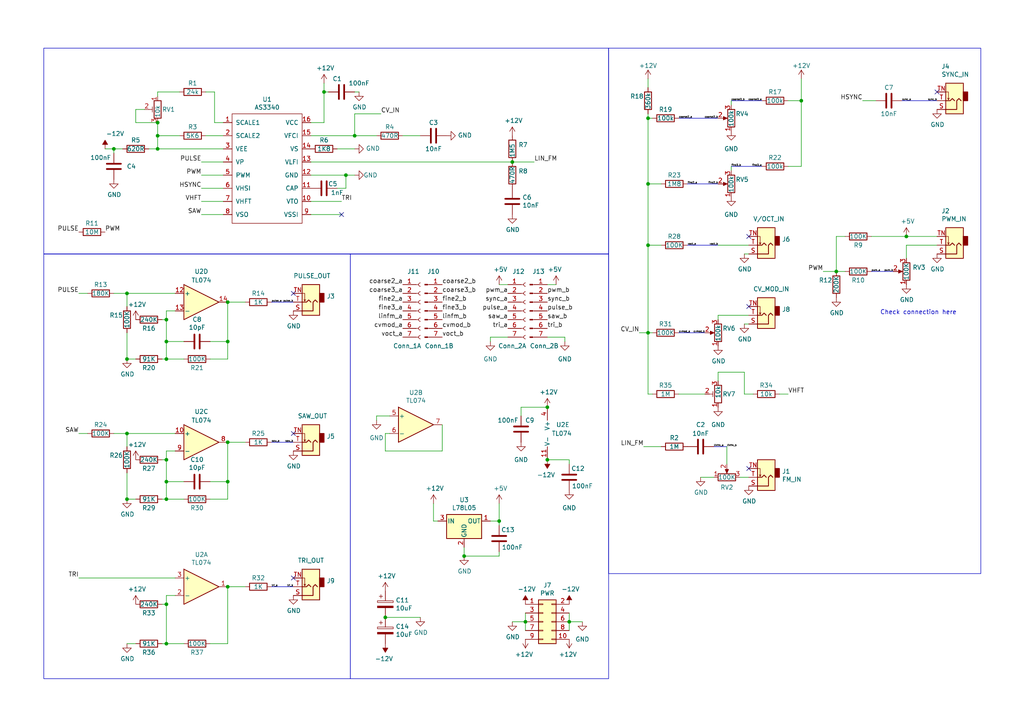
<source format=kicad_sch>
(kicad_sch (version 20230121) (generator eeschema)
  (paper "A4")
  (lib_symbols
    (symbol "Amplifier_Operational:TL074" (pin_names (offset 0.127))
      (property "Reference" "U" (at 0 5.08 0))
      (property "Value" "TL074" (at 0 -5.08 0))
      (symbol "TL074_1_1"
        (pin output line (at 7.62 0 180) (length 2.54) (name "~") (number "1"))
        (pin input line (at -7.62 -2.54 0) (length 2.54) (name "-") (number "2"))
        (pin input line (at -7.62 2.54 0) (length 2.54) (name "+") (number "3"))
      )
      (symbol "TL074_2_1"
        (pin input line (at -7.62 2.54 0) (length 2.54) (name "+") (number "5"))
        (pin input line (at -7.62 -2.54 0) (length 2.54) (name "-") (number "6"))
        (pin output line (at 7.62 0 180) (length 2.54) (name "~") (number "7"))
      )
      (symbol "TL074_3_1"
        (pin input line (at -7.62 2.54 0) (length 2.54) (name "+") (number "10"))
        (pin output line (at 7.62 0 180) (length 2.54) (name "~") (number "8"))
        (pin input line (at -7.62 -2.54 0) (length 2.54) (name "-") (number "9"))
      )
      (symbol "TL074_4_1"
        (pin input line (at -7.62 2.54 0) (length 2.54) (name "+") (number "12"))
        (pin input line (at -7.62 -2.54 0) (length 2.54) (name "-") (number "13"))
        (pin output line (at 7.62 0 180) (length 2.54) (name "~") (number "14"))
      )
      (symbol "TL074_5_1"
        (pin power_in line (at -2.54 -7.62 90) (length 3.81) (name "V-") (number "11"))
        (pin power_in line (at -2.54 7.62 270) (length 3.81) (name "V+") (number "4"))
      )
    )
    (symbol "CEM3340_VCO-rescue:AS3340_User-Audio" (pin_names (offset 1.016))
      (property "Reference" "U" (at 0 -2.54 0))
      (property "Value" "Audio_AS3340_User" (at 0 -5.08 0))
      (symbol "AS3340_User-Audio_1_1"
        (pin input line (at -12.7 -8.89 0) (length 2.54) (name "SCALE1") (number "1"))
        (pin input line (at 12.7 -31.75 180) (length 2.54) (name "VTO") (number "10"))
        (pin input line (at 12.7 -27.94 180) (length 2.54) (name "CAP") (number "11"))
        (pin input line (at 12.7 -24.13 180) (length 2.54) (name "GND") (number "12"))
        (pin input line (at 12.7 -20.32 180) (length 2.54) (name "VLFI") (number "13"))
        (pin input line (at 12.7 -16.51 180) (length 2.54) (name "VS") (number "14"))
        (pin input line (at 12.7 -12.7 180) (length 2.54) (name "VFCI") (number "15"))
        (pin input line (at 12.7 -8.89 180) (length 2.54) (name "VCC") (number "16"))
        (pin input line (at -12.7 -12.7 0) (length 2.54) (name "SCALE2") (number "2"))
        (pin input line (at -12.7 -16.51 0) (length 2.54) (name "VEE") (number "3"))
        (pin input line (at -12.7 -20.32 0) (length 2.54) (name "VP") (number "4"))
        (pin input line (at -12.7 -24.13 0) (length 2.54) (name "PWM") (number "5"))
        (pin input line (at -12.7 -27.94 0) (length 2.54) (name "VHSI") (number "6"))
        (pin input line (at -12.7 -31.75 0) (length 2.54) (name "VHFT") (number "7"))
        (pin input line (at -12.7 -35.56 0) (length 2.54) (name "VSO") (number "8"))
        (pin input line (at 12.7 -35.56 180) (length 2.54) (name "VSSI") (number "9"))
      )
    )
    (symbol "CEM3340_VCO-rescue:AudioJack2_SwitchT-Connector"
      (property "Reference" "J" (at 0 8.89 0))
      (property "Value" "Connector_AudioJack2_SwitchT" (at 0 6.35 0))
      (symbol "AudioJack2_SwitchT-Connector_1_1"
        (pin passive line (at 5.08 2.54 180) (length 2.54) (name "~") (number "S"))
        (pin passive line (at 5.08 0 180) (length 2.54) (name "~") (number "T"))
        (pin passive line (at 5.08 -2.54 180) (length 2.54) (name "~") (number "TN"))
      )
    )
    (symbol "CEM3340_VCO-rescue:CP-Device" (pin_numbers hide) (pin_names (offset 0.254))
      (property "Reference" "C" (at 0.635 2.54 0))
      (property "Value" "Device_CP" (at 0.635 -2.54 0))
      (symbol "CP-Device_1_1"
        (pin passive line (at 0 3.81 270) (length 2.794) (name "~") (number "1"))
        (pin passive line (at 0 -3.81 90) (length 2.794) (name "~") (number "2"))
      )
    )
    (symbol "CEM3340_VCO-rescue:R_POT-Device" (pin_names (offset 1.016) hide)
      (property "Reference" "RV" (at -4.445 0 90))
      (property "Value" "Device_R_POT" (at -2.54 0 90))
      (symbol "R_POT-Device_1_1"
        (pin passive line (at 0 3.81 270) (length 1.27) (name "1") (number "1"))
        (pin passive line (at 3.81 0 180) (length 1.27) (name "2") (number "2"))
        (pin passive line (at 0 -3.81 90) (length 1.27) (name "3") (number "3"))
      )
    )
    (symbol "CEM3340_VCO-rescue:R_POT_TRIM-Device" (pin_names (offset 1.016) hide)
      (property "Reference" "RV" (at -4.445 0 90))
      (property "Value" "Device_R_POT_TRIM" (at -2.54 0 90))
      (symbol "R_POT_TRIM-Device_1_1"
        (pin passive line (at 0 3.81 270) (length 1.27) (name "1") (number "1"))
        (pin passive line (at 3.81 0 180) (length 1.27) (name "2") (number "2"))
        (pin passive line (at 0 -3.81 90) (length 1.27) (name "3") (number "3"))
      )
    )
    (symbol "Connector:Conn_01x07_Pin" (pin_names (offset 1.016) hide)
      (property "Reference" "J" (at 0 10.16 0))
      (property "Value" "Conn_01x07_Pin" (at 0 -10.16 0))
      (symbol "Conn_01x07_Pin_1_1"
        (pin passive line (at 5.08 7.62 180) (length 3.81) (name "Pin_1") (number "1"))
        (pin passive line (at 5.08 5.08 180) (length 3.81) (name "Pin_2") (number "2"))
        (pin passive line (at 5.08 2.54 180) (length 3.81) (name "Pin_3") (number "3"))
        (pin passive line (at 5.08 0 180) (length 3.81) (name "Pin_4") (number "4"))
        (pin passive line (at 5.08 -2.54 180) (length 3.81) (name "Pin_5") (number "5"))
        (pin passive line (at 5.08 -5.08 180) (length 3.81) (name "Pin_6") (number "6"))
        (pin passive line (at 5.08 -7.62 180) (length 3.81) (name "Pin_7") (number "7"))
      )
    )
    (symbol "Connector:Conn_01x07_Socket" (pin_names (offset 1.016) hide)
      (property "Reference" "J" (at 0 10.16 0))
      (property "Value" "Conn_01x07_Socket" (at 0 -10.16 0))
      (symbol "Conn_01x07_Socket_1_1"
        (pin passive line (at -5.08 7.62 0) (length 3.81) (name "Pin_1") (number "1"))
        (pin passive line (at -5.08 5.08 0) (length 3.81) (name "Pin_2") (number "2"))
        (pin passive line (at -5.08 2.54 0) (length 3.81) (name "Pin_3") (number "3"))
        (pin passive line (at -5.08 0 0) (length 3.81) (name "Pin_4") (number "4"))
        (pin passive line (at -5.08 -2.54 0) (length 3.81) (name "Pin_5") (number "5"))
        (pin passive line (at -5.08 -5.08 0) (length 3.81) (name "Pin_6") (number "6"))
        (pin passive line (at -5.08 -7.62 0) (length 3.81) (name "Pin_7") (number "7"))
      )
    )
    (symbol "Connector_Generic:Conn_02x05_Odd_Even" (pin_names (offset 1.016) hide)
      (property "Reference" "J" (at 1.27 7.62 0))
      (property "Value" "Conn_02x05_Odd_Even" (at 1.27 -7.62 0))
      (symbol "Conn_02x05_Odd_Even_1_1"
        (pin passive line (at -5.08 5.08 0) (length 3.81) (name "Pin_1") (number "1"))
        (pin passive line (at 7.62 -5.08 180) (length 3.81) (name "Pin_10") (number "10"))
        (pin passive line (at 7.62 5.08 180) (length 3.81) (name "Pin_2") (number "2"))
        (pin passive line (at -5.08 2.54 0) (length 3.81) (name "Pin_3") (number "3"))
        (pin passive line (at 7.62 2.54 180) (length 3.81) (name "Pin_4") (number "4"))
        (pin passive line (at -5.08 0 0) (length 3.81) (name "Pin_5") (number "5"))
        (pin passive line (at 7.62 0 180) (length 3.81) (name "Pin_6") (number "6"))
        (pin passive line (at -5.08 -2.54 0) (length 3.81) (name "Pin_7") (number "7"))
        (pin passive line (at 7.62 -2.54 180) (length 3.81) (name "Pin_8") (number "8"))
        (pin passive line (at -5.08 -5.08 0) (length 3.81) (name "Pin_9") (number "9"))
      )
    )
    (symbol "Device:C" (pin_numbers hide) (pin_names (offset 0.254))
      (property "Reference" "C" (at 0.635 2.54 0))
      (property "Value" "C" (at 0.635 -2.54 0))
      (symbol "C_1_1"
        (pin passive line (at 0 3.81 270) (length 2.794) (name "~") (number "1"))
        (pin passive line (at 0 -3.81 90) (length 2.794) (name "~") (number "2"))
      )
    )
    (symbol "Device:R" (pin_numbers hide) (pin_names (offset 0))
      (property "Reference" "R" (at 2.032 0 90))
      (property "Value" "R" (at 0 0 90))
      (symbol "R_1_1"
        (pin passive line (at 0 3.81 270) (length 1.27) (name "~") (number "1"))
        (pin passive line (at 0 -3.81 90) (length 1.27) (name "~") (number "2"))
      )
    )
    (symbol "Device:R_Potentiometer" (pin_names (offset 1.016) hide)
      (property "Reference" "RV" (at -4.445 0 90))
      (property "Value" "R_Potentiometer" (at -2.54 0 90))
      (symbol "R_Potentiometer_1_1"
        (pin passive line (at 0 3.81 270) (length 1.27) (name "1") (number "1"))
        (pin passive line (at 3.81 0 180) (length 1.27) (name "2") (number "2"))
        (pin passive line (at 0 -3.81 90) (length 1.27) (name "3") (number "3"))
      )
    )
    (symbol "Regulator_Linear:L78L05_SOT89" (pin_names (offset 0.254))
      (property "Reference" "U" (at -3.81 3.175 0))
      (property "Value" "L78L05_SOT89" (at -0.635 3.175 0))
      (symbol "L78L05_SOT89_1_1"
        (pin power_out line (at 7.62 0 180) (length 2.54) (name "OUT") (number "1"))
        (pin power_in line (at 0 -7.62 90) (length 2.54) (name "GND") (number "2"))
        (pin power_in line (at -7.62 0 0) (length 2.54) (name "IN") (number "3"))
      )
    )
    (symbol "power:+12V" (power) (pin_names (offset 0))
      (property "Value" "+12V" (at 0 3.556 0))
      (symbol "+12V_1_1"
        (pin power_in line (at 0 0 90) (length 0) hide (name "+12V") (number "1"))
      )
    )
    (symbol "power:+5V" (power) (pin_names (offset 0))
      (property "Value" "+5V" (at 0 3.556 0))
      (symbol "+5V_1_1"
        (pin power_in line (at 0 0 90) (length 0) hide (name "+5V") (number "1"))
      )
    )
    (symbol "power:-12V" (power) (pin_names (offset 0))
      (property "Value" "-12V" (at 0 3.81 0))
      (symbol "-12V_0_0"
        (pin power_in line (at 0 0 90) (length 0) hide (name "-12V") (number "1"))
      )
    )
    (symbol "power:GND" (power) (pin_names (offset 0))
      (property "Value" "GND" (at 0 -3.81 0))
      (symbol "GND_1_1"
        (pin power_in line (at 0 0 270) (length 0) hide (name "GND") (number "1"))
      )
    )
  )
  (junction (at 144.78 151.13))
  (junction (at 187.96 71.12))
  (junction (at 232.41 29.21))
  (junction (at 66.04 139.7))
  (junction (at 45.72 43.18))
  (junction (at 66.04 170.18))
  (junction (at 66.04 99.06))
  (junction (at 66.04 128.27))
  (junction (at 187.96 53.34))
  (junction (at 66.04 87.63))
  (junction (at 48.26 175.26))
  (junction (at 48.26 99.06))
  (junction (at 36.83 125.73))
  (junction (at 48.26 133.35))
  (junction (at 187.96 34.29))
  (junction (at 45.72 39.37))
  (junction (at 111.76 179.07))
  (junction (at 36.83 104.14))
  (junction (at 152.4 180.34))
  (junction (at 242.57 78.74))
  (junction (at 187.96 96.52))
  (junction (at 93.98 26.67))
  (junction (at 36.83 85.09))
  (junction (at 36.83 144.78))
  (junction (at 48.26 144.78))
  (junction (at 48.26 139.7))
  (junction (at 33.02 43.18))
  (junction (at 48.26 92.71))
  (junction (at 100.33 50.8))
  (junction (at 48.26 104.14))
  (junction (at 165.1 180.34))
  (junction (at 134.62 161.29))
  (junction (at 45.72 35.56))
  (junction (at 102.87 39.37))
  (junction (at 48.26 186.69))
  (junction (at 148.59 46.99))
  (junction (at 158.75 133.35))
  (junction (at 262.89 68.58))
  (junction (at 158.75 118.11))
  (no_connect (at 85.09 125.73))
  (no_connect (at 217.17 88.9))
  (no_connect (at 85.09 167.64))
  (no_connect (at 85.09 85.09))
  (no_connect (at 99.06 62.23))
  (no_connect (at 271.78 26.67))
  (no_connect (at 217.17 68.58))
  (no_connect (at 217.17 135.89))
  (wire (pts (xy 116.84 39.37) (xy 121.92 39.37)))
  (wire (pts (xy 191.77 71.12) (xy 187.96 71.12)))
  (wire (pts (xy 208.28 107.95) (xy 215.9 107.95)))
  (wire (pts (xy 66.04 170.18) (xy 66.04 186.69)))
  (wire (pts (xy 228.6 114.3) (xy 226.06 114.3)))
  (wire (pts (xy 109.22 120.65) (xy 109.22 121.92)))
  (wire (pts (xy 45.72 26.67) (xy 45.72 27.94)))
  (wire (pts (xy 64.77 50.8) (xy 58.42 50.8)))
  (wire (pts (xy 128.27 123.19) (xy 128.27 130.81)))
  (wire (pts (xy 25.4 85.09) (xy 22.86 85.09)))
  (wire (pts (xy 187.96 96.52) (xy 187.96 114.3)))
  (wire (pts (xy 168.91 180.34) (xy 165.1 180.34)))
  (wire (pts (xy 152.4 180.34) (xy 148.59 180.34)))
  (wire (pts (xy 36.83 85.09) (xy 36.83 88.9)))
  (wire (pts (xy 93.98 24.13) (xy 93.98 26.67)))
  (wire (pts (xy 217.17 93.98) (xy 215.9 93.98)))
  (wire (pts (xy 64.77 62.23) (xy 58.42 62.23)))
  (wire (pts (xy 48.26 133.35) (xy 46.99 133.35)))
  (wire (pts (xy 64.77 43.18) (xy 45.72 43.18)))
  (wire (pts (xy 102.87 39.37) (xy 109.22 39.37)))
  (wire (pts (xy 97.79 43.18) (xy 102.87 43.18)))
  (wire (pts (xy 48.26 130.81) (xy 48.26 133.35)))
  (wire (pts (xy 60.96 104.14) (xy 66.04 104.14)))
  (wire (pts (xy 59.69 39.37) (xy 64.77 39.37)))
  (wire (pts (xy 262.89 71.12) (xy 271.78 71.12)))
  (wire (pts (xy 35.56 43.18) (xy 33.02 43.18)))
  (wire (pts (xy 45.72 39.37) (xy 52.07 39.37)))
  (wire (pts (xy 48.26 175.26) (xy 46.99 175.26)))
  (wire (pts (xy 217.17 138.43) (xy 214.63 138.43)))
  (wire (pts (xy 52.07 26.67) (xy 45.72 26.67)))
  (wire (pts (xy 36.83 96.52) (xy 36.83 104.14)))
  (wire (pts (xy 207.01 138.43) (xy 203.2 138.43)))
  (wire (pts (xy 215.9 114.3) (xy 218.44 114.3)))
  (wire (pts (xy 64.77 54.61) (xy 58.42 54.61)))
  (wire (pts (xy 39.37 31.75) (xy 41.91 31.75)))
  (wire (pts (xy 163.83 97.79) (xy 163.83 99.06)))
  (wire (pts (xy 242.57 78.74) (xy 238.76 78.74)))
  (wire (pts (xy 48.26 172.72) (xy 48.26 175.26)))
  (wire (pts (xy 33.02 43.18) (xy 30.48 43.18)))
  (wire (pts (xy 48.26 130.81) (xy 50.8 130.81)))
  (wire (pts (xy 210.82 129.54) (xy 210.82 134.62)))
  (wire (pts (xy 144.78 82.55) (xy 147.32 82.55)))
  (wire (pts (xy 48.26 90.17) (xy 48.26 92.71)))
  (wire (pts (xy 60.96 186.69) (xy 66.04 186.69)))
  (wire (pts (xy 102.87 33.02) (xy 102.87 39.37)))
  (wire (pts (xy 142.24 97.79) (xy 142.24 99.06)))
  (polyline (pts (xy 208.28 34.29) (xy 196.85 34.29)))
  (wire (pts (xy 60.96 144.78) (xy 66.04 144.78)))
  (wire (pts (xy 271.78 68.58) (xy 262.89 68.58)))
  (wire (pts (xy 66.04 170.18) (xy 71.12 170.18)))
  (wire (pts (xy 217.17 91.44) (xy 208.28 91.44)))
  (wire (pts (xy 187.96 96.52) (xy 185.42 96.52)))
  (wire (pts (xy 22.86 167.64) (xy 50.8 167.64)))
  (wire (pts (xy 245.11 68.58) (xy 242.57 68.58)))
  (wire (pts (xy 187.96 34.29) (xy 189.23 34.29)))
  (wire (pts (xy 165.1 182.88) (xy 165.1 180.34)))
  (wire (pts (xy 142.24 97.79) (xy 147.32 97.79)))
  (wire (pts (xy 48.26 186.69) (xy 46.99 186.69)))
  (wire (pts (xy 66.04 104.14) (xy 66.04 99.06)))
  (wire (pts (xy 232.41 48.26) (xy 228.6 48.26)))
  (wire (pts (xy 187.96 53.34) (xy 191.77 53.34)))
  (wire (pts (xy 36.83 137.16) (xy 36.83 144.78)))
  (wire (pts (xy 134.62 161.29) (xy 134.62 158.75)))
  (wire (pts (xy 152.4 182.88) (xy 152.4 180.34)))
  (polyline (pts (xy 220.98 29.21) (xy 212.09 29.21)))
  (wire (pts (xy 48.26 144.78) (xy 53.34 144.78)))
  (wire (pts (xy 66.04 139.7) (xy 66.04 128.27)))
  (polyline (pts (xy 78.74 170.18) (xy 85.09 170.18)))
  (wire (pts (xy 125.73 151.13) (xy 127 151.13)))
  (wire (pts (xy 165.1 133.35) (xy 158.75 133.35)))
  (wire (pts (xy 45.72 35.56) (xy 39.37 35.56)))
  (wire (pts (xy 45.72 35.56) (xy 45.72 39.37)))
  (wire (pts (xy 66.04 87.63) (xy 71.12 87.63)))
  (polyline (pts (xy 208.28 53.34) (xy 199.39 53.34)))
  (wire (pts (xy 148.59 46.99) (xy 154.94 46.99)))
  (wire (pts (xy 163.83 97.79) (xy 158.75 97.79)))
  (wire (pts (xy 245.11 78.74) (xy 242.57 78.74)))
  (wire (pts (xy 100.33 50.8) (xy 102.87 50.8)))
  (wire (pts (xy 187.96 22.86) (xy 187.96 25.4)))
  (wire (pts (xy 48.26 172.72) (xy 50.8 172.72)))
  (wire (pts (xy 53.34 99.06) (xy 48.26 99.06)))
  (wire (pts (xy 60.96 139.7) (xy 66.04 139.7)))
  (polyline (pts (xy 208.28 71.12) (xy 199.39 71.12)))
  (wire (pts (xy 187.96 53.34) (xy 187.96 71.12)))
  (wire (pts (xy 232.41 22.86) (xy 232.41 29.21)))
  (wire (pts (xy 39.37 35.56) (xy 39.37 31.75)))
  (wire (pts (xy 187.96 114.3) (xy 189.23 114.3)))
  (wire (pts (xy 111.76 130.81) (xy 111.76 125.73)))
  (wire (pts (xy 64.77 46.99) (xy 58.42 46.99)))
  (wire (pts (xy 48.26 144.78) (xy 46.99 144.78)))
  (wire (pts (xy 62.23 35.56) (xy 62.23 26.67)))
  (wire (pts (xy 90.17 58.42) (xy 99.06 58.42)))
  (wire (pts (xy 144.78 161.29) (xy 134.62 161.29)))
  (polyline (pts (xy 252.73 78.74) (xy 259.08 78.74)))
  (wire (pts (xy 187.96 34.29) (xy 187.96 53.34)))
  (wire (pts (xy 152.4 177.8) (xy 152.4 180.34)))
  (wire (pts (xy 36.83 125.73) (xy 36.83 129.54)))
  (wire (pts (xy 204.47 114.3) (xy 196.85 114.3)))
  (wire (pts (xy 142.24 151.13) (xy 144.78 151.13)))
  (wire (pts (xy 187.96 96.52) (xy 189.23 96.52)))
  (wire (pts (xy 232.41 29.21) (xy 232.41 48.26)))
  (wire (pts (xy 187.96 71.12) (xy 187.96 96.52)))
  (wire (pts (xy 48.26 139.7) (xy 48.26 144.78)))
  (wire (pts (xy 102.87 26.67) (xy 104.14 26.67)))
  (wire (pts (xy 66.04 128.27) (xy 71.12 128.27)))
  (wire (pts (xy 33.02 125.73) (xy 36.83 125.73)))
  (wire (pts (xy 165.1 134.62) (xy 165.1 133.35)))
  (wire (pts (xy 48.26 104.14) (xy 46.99 104.14)))
  (wire (pts (xy 48.26 175.26) (xy 48.26 186.69)))
  (wire (pts (xy 90.17 39.37) (xy 102.87 39.37)))
  (wire (pts (xy 39.37 144.78) (xy 36.83 144.78)))
  (wire (pts (xy 48.26 104.14) (xy 53.34 104.14)))
  (wire (pts (xy 90.17 50.8) (xy 100.33 50.8)))
  (polyline (pts (xy 78.74 128.27) (xy 85.09 128.27)))
  (wire (pts (xy 62.23 26.67) (xy 59.69 26.67)))
  (polyline (pts (xy 78.74 87.63) (xy 85.09 87.63)))
  (wire (pts (xy 64.77 35.56) (xy 62.23 35.56)))
  (wire (pts (xy 262.89 74.93) (xy 262.89 71.12)))
  (wire (pts (xy 161.29 82.55) (xy 158.75 82.55)))
  (wire (pts (xy 25.4 125.73) (xy 22.86 125.73)))
  (wire (pts (xy 217.17 71.12) (xy 208.28 71.12)))
  (wire (pts (xy 128.27 130.81) (xy 111.76 130.81)))
  (wire (pts (xy 100.33 54.61) (xy 100.33 50.8)))
  (wire (pts (xy 36.83 85.09) (xy 50.8 85.09)))
  (wire (pts (xy 36.83 125.73) (xy 50.8 125.73)))
  (wire (pts (xy 90.17 46.99) (xy 148.59 46.99)))
  (wire (pts (xy 113.03 120.65) (xy 109.22 120.65)))
  (wire (pts (xy 215.9 107.95) (xy 215.9 114.3)))
  (wire (pts (xy 53.34 139.7) (xy 48.26 139.7)))
  (wire (pts (xy 39.37 186.69) (xy 36.83 186.69)))
  (wire (pts (xy 66.04 99.06) (xy 66.04 87.63)))
  (wire (pts (xy 165.1 177.8) (xy 165.1 180.34)))
  (wire (pts (xy 48.26 92.71) (xy 48.26 99.06)))
  (wire (pts (xy 33.02 43.18) (xy 33.02 44.45)))
  (wire (pts (xy 48.26 99.06) (xy 48.26 104.14)))
  (wire (pts (xy 125.73 146.05) (xy 125.73 151.13)))
  (wire (pts (xy 208.28 91.44) (xy 208.28 92.71)))
  (wire (pts (xy 90.17 62.23) (xy 99.06 62.23)))
  (wire (pts (xy 212.09 48.26) (xy 212.09 49.53)))
  (wire (pts (xy 158.75 118.11) (xy 151.13 118.11)))
  (polyline (pts (xy 261.62 29.21) (xy 271.78 29.21)))
  (wire (pts (xy 250.19 29.21) (xy 254 29.21)))
  (wire (pts (xy 262.89 68.58) (xy 252.73 68.58)))
  (polyline (pts (xy 204.47 96.52) (xy 196.85 96.52)))
  (wire (pts (xy 144.78 160.02) (xy 144.78 161.29)))
  (wire (pts (xy 48.26 133.35) (xy 48.26 139.7)))
  (wire (pts (xy 208.28 110.49) (xy 208.28 107.95)))
  (wire (pts (xy 102.87 33.02) (xy 110.49 33.02)))
  (wire (pts (xy 186.69 129.54) (xy 191.77 129.54)))
  (wire (pts (xy 232.41 29.21) (xy 228.6 29.21)))
  (wire (pts (xy 242.57 68.58) (xy 242.57 78.74)))
  (wire (pts (xy 217.17 73.66) (xy 215.9 73.66)))
  (wire (pts (xy 97.79 54.61) (xy 100.33 54.61)))
  (wire (pts (xy 48.26 186.69) (xy 53.34 186.69)))
  (wire (pts (xy 90.17 35.56) (xy 93.98 35.56)))
  (polyline (pts (xy 207.01 129.54) (xy 210.82 129.54)))
  (wire (pts (xy 212.09 29.21) (xy 212.09 30.48)))
  (wire (pts (xy 33.02 85.09) (xy 36.83 85.09)))
  (wire (pts (xy 48.26 92.71) (xy 46.99 92.71)))
  (wire (pts (xy 93.98 26.67) (xy 93.98 35.56)))
  (wire (pts (xy 95.25 26.67) (xy 93.98 26.67)))
  (wire (pts (xy 144.78 151.13) (xy 144.78 146.05)))
  (wire (pts (xy 45.72 39.37) (xy 45.72 43.18)))
  (polyline (pts (xy 220.98 48.26) (xy 212.09 48.26)))
  (wire (pts (xy 60.96 99.06) (xy 66.04 99.06)))
  (wire (pts (xy 64.77 58.42) (xy 58.42 58.42)))
  (wire (pts (xy 66.04 144.78) (xy 66.04 139.7)))
  (wire (pts (xy 144.78 151.13) (xy 144.78 152.4)))
  (wire (pts (xy 121.92 179.07) (xy 111.76 179.07)))
  (wire (pts (xy 45.72 43.18) (xy 43.18 43.18)))
  (wire (pts (xy 187.96 33.02) (xy 187.96 34.29)))
  (wire (pts (xy 111.76 125.73) (xy 113.03 125.73)))
  (wire (pts (xy 151.13 118.11) (xy 151.13 120.65)))
  (wire (pts (xy 39.37 104.14) (xy 36.83 104.14)))
  (wire (pts (xy 48.26 90.17) (xy 50.8 90.17)))
  (rectangle (start 101.6 73.66) (end 176.53 196.85))
  (rectangle (start 12.7 13.97) (end 176.53 73.66))
  (rectangle (start 176.53 13.97) (end 284.48 166.37))
  (rectangle (start 12.7 73.66) (end 101.6 196.85))
  (text "Check connection here" (at 255.27 91.44 0) (effects (font (size 1.27 1.27)) (justify left bottom)))
  (label "LIN_FM" (at 186.69 129.54 180))
  (label "coarse2_b" (at 208.28 34.29 180) (effects (font (size 0.5 0.5))))
  (label "tri_b" (at 158.75 95.25 0))
  (label "fine2_a" (at 116.84 87.63 180))
  (label "coarse3_a" (at 116.84 85.09 180))
  (label "saw_a" (at 78.74 128.27 0) (effects (font (size 0.5 0.5))))
  (label "cvmod_a" (at 116.84 95.25 180))
  (label "PULSE" (at 22.86 85.09 180))
  (label "TRI" (at 99.06 58.42 0))
  (label "sync_a" (at 147.32 87.63 180))
  (label "PULSE" (at 22.86 67.31 180))
  (label "linfm_a" (at 116.84 92.71 180))
  (label "linfm_b" (at 128.27 92.71 0))
  (label "VHFT" (at 58.42 58.42 180))
  (label "saw_a" (at 147.32 92.71 180))
  (label "fine3_b" (at 212.09 48.26 0) (effects (font (size 0.5 0.5))))
  (label "HSYNC" (at 58.42 54.61 180))
  (label "saw_b" (at 85.09 128.27 180) (effects (font (size 0.5 0.5))))
  (label "coarse3_b" (at 128.27 85.09 0))
  (label "fine2_b" (at 208.28 53.34 180) (effects (font (size 0.5 0.5))))
  (label "HSYNC" (at 250.19 29.21 180))
  (label "pulse_a" (at 78.74 87.63 0) (effects (font (size 0.5 0.5))))
  (label "PWM" (at 238.76 78.74 180))
  (label "pulse_a" (at 147.32 90.17 180))
  (label "fine2_a" (at 199.39 53.34 0) (effects (font (size 0.5 0.5))))
  (label "PULSE" (at 58.42 46.99 180))
  (label "pwm_a" (at 147.32 85.09 180))
  (label "CV_IN" (at 110.49 33.02 0))
  (label "pwm_a" (at 252.73 78.74 0) (effects (font (size 0.5 0.5))))
  (label "SAW" (at 22.86 125.73 180))
  (label "pulse_b" (at 158.75 90.17 0))
  (label "sync_b" (at 158.75 87.63 0))
  (label "voct_a" (at 116.84 97.79 180))
  (label "coarse2_a" (at 196.85 34.29 0) (effects (font (size 0.5 0.5))))
  (label "voct_b" (at 128.27 97.79 0))
  (label "pulse_b" (at 85.09 87.63 180) (effects (font (size 0.5 0.5))))
  (label "fine3_a" (at 116.84 90.17 180))
  (label "tri_b" (at 85.09 170.18 180) (effects (font (size 0.5 0.5))))
  (label "linfm_a" (at 207.01 129.54 0) (effects (font (size 0.5 0.5))))
  (label "tri_a" (at 147.32 95.25 180))
  (label "voct_b" (at 208.28 71.12 180) (effects (font (size 0.5 0.5))))
  (label "SAW" (at 58.42 62.23 180))
  (label "fine3_a" (at 220.98 48.26 180) (effects (font (size 0.5 0.5))))
  (label "TRI" (at 22.86 167.64 180))
  (label "cvmod_b" (at 128.27 95.25 0))
  (label "pwm_b" (at 259.08 78.74 180) (effects (font (size 0.5 0.5))))
  (label "coarse3_b" (at 212.09 29.21 0) (effects (font (size 0.5 0.5))))
  (label "coarse2_b" (at 128.27 82.55 0))
  (label "sync_b" (at 271.78 29.21 180) (effects (font (size 0.5 0.5))))
  (label "PWM" (at 30.48 67.31 0))
  (label "cvmod_a" (at 196.85 96.52 0) (effects (font (size 0.5 0.5))))
  (label "VHFT" (at 228.6 114.3 0))
  (label "coarse3_a" (at 220.98 29.21 180) (effects (font (size 0.5 0.5))))
  (label "fine3_b" (at 128.27 90.17 0))
  (label "coarse2_a" (at 116.84 82.55 180))
  (label "tri_a" (at 78.74 170.18 0) (effects (font (size 0.5 0.5))))
  (label "sync_a" (at 261.62 29.21 0) (effects (font (size 0.5 0.5))))
  (label "fine2_b" (at 128.27 87.63 0))
  (label "saw_b" (at 158.75 92.71 0))
  (label "pwm_b" (at 158.75 85.09 0))
  (label "CV_IN" (at 185.42 96.52 180))
  (label "LIN_FM" (at 154.94 46.99 0))
  (label "voct_a" (at 199.39 71.12 0) (effects (font (size 0.5 0.5))))
  (label "cvmod_b" (at 204.47 96.52 180) (effects (font (size 0.5 0.5))))
  (label "PWM" (at 58.42 50.8 180))
  (label "linfm_b" (at 210.82 129.54 0) (effects (font (size 0.5 0.5))))
  (symbol (lib_id "Device:C") (at 148.59 58.42 0) (unit 1)
    (property "Reference" "C6" (at 151.511 57.2516 0) (effects (justify left)))
    (property "Value" "10nF" (at 151.511 59.563 0) (effects (justify left)))
    (property "Footprint" "Capacitor_SMD:C_0603_1608Metric" (effects hide))
    (property "LCSC" "C100042" (effects hide))
  )
  (symbol (lib_id "CEM3340_VCO-rescue:AudioJack2_SwitchT-Connector") (at 90.17 87.63 180) (unit 1)
    (property "Reference" "J3" (at 94.742 85.9282 0) (effects (justify right)))
    (property "Value" "PULSE_OUT" (at 85.09 80.01 0) (effects (justify right)))
    (property "Footprint" "Connector_Audio:Jack_3.5mm_QingPu_WQP-PJ398SM_Vertical_CircularHoles" (effects hide))
  )
  (symbol (lib_id "Device:R") (at 29.21 85.09 270) (unit 1)
    (property "Reference" "R13" (at 29.21 82.55 90))
    (property "Value" "180K" (at 29.21 85.09 90))
    (property "Footprint" "Resistor_SMD:R_0603_1608Metric" (effects hide))
    (property "LCSC" "C22827" (effects hide))
  )
  (symbol (lib_id "power:+5V") (at 144.78 146.05 0) (unit 1)
    (property "Reference" "#PWR029" (effects hide))
    (property "Value" "+5V" (at 145.161 141.6558 0))
  )
  (symbol (lib_id "power:+12V") (at 93.98 24.13 0) (unit 1)
    (property "Reference" "#PWR01" (effects hide))
    (property "Value" "+12V" (at 94.361 19.7358 0))
  )
  (symbol (lib_id "Amplifier_Operational:TL074") (at 120.65 123.19 0) (unit 2)
    (property "Reference" "U2" (at 120.65 113.8682 0))
    (property "Value" "TL074" (at 120.65 116.1796 0))
    (property "Footprint" "Package_SO:SOIC-14_3.9x8.7mm_P1.27mm" (effects hide))
    (property "Datasheet" "http://www.ti.com/lit/ds/symlink/tl071.pdf" (effects hide))
    (property "LCSC" "C12594" (effects hide))
  )
  (symbol (lib_id "Device:C") (at 125.73 39.37 270) (unit 1)
    (property "Reference" "C3" (at 125.73 35.56 90))
    (property "Value" "10nF" (at 125.73 43.18 90))
    (property "Footprint" "Capacitor_SMD:C_0603_1608Metric" (effects hide))
    (property "LCSC" "C100042" (effects hide))
  )
  (symbol (lib_id "Device:R") (at 222.25 114.3 270) (unit 1)
    (property "Reference" "R34" (at 222.25 111.76 90))
    (property "Value" "10k" (at 222.25 114.3 90))
    (property "Footprint" "Resistor_SMD:R_0603_1608Metric" (effects hide))
    (property "LCSC" "C25804" (effects hide))
  )
  (symbol (lib_id "Device:R") (at 224.79 29.21 270) (mirror x) (unit 1)
    (property "Reference" "R17" (at 224.79 26.67 90))
    (property "Value" "100k" (at 224.79 29.21 90))
    (property "Footprint" "Resistor_SMD:R_0603_1608Metric" (effects hide))
    (property "LCSC" "C25803" (effects hide))
  )
  (symbol (lib_id "Device:R") (at 57.15 104.14 270) (unit 1)
    (property "Reference" "R21" (at 57.15 106.68 90))
    (property "Value" "100K" (at 57.15 104.14 90))
    (property "Footprint" "Resistor_SMD:R_0603_1608Metric" (effects hide))
    (property "LCSC" "C25803" (effects hide))
  )
  (symbol (lib_id "Connector:Conn_01x07_Pin") (at 153.67 90.17 0) (unit 1)
    (property "Reference" "J13" (at 156.21 78.74 0))
    (property "Value" "Conn_2A" (at 148.59 100.33 0))
    (property "Footprint" "Connector_PinSocket_2.54mm:PinSocket_1x07_P2.54mm_Vertical" (effects hide))
  )
  (symbol (lib_id "Device:R") (at 113.03 39.37 270) (unit 1)
    (property "Reference" "R4" (at 113.03 36.83 90))
    (property "Value" "470R" (at 113.03 39.37 90))
    (property "Footprint" "Resistor_SMD:R_0603_1608Metric" (effects hide))
    (property "LCSC" "C23179" (effects hide))
  )
  (symbol (lib_id "Device:R_Potentiometer") (at 212.09 34.29 180) (unit 1)
    (property "Reference" "RV4" (at 213.36 33.02 0) (effects (justify right)))
    (property "Value" "100k" (at 212.09 36.83 90) (effects (justify right)))
    (property "Footprint" "Potentiometer_THT:Potentiometer_Alpha_RD901F-40-00D_Single_Vertical" (effects hide))
  )
  (symbol (lib_id "Connector:Conn_01x07_Pin") (at 123.19 90.17 0) (unit 1)
    (property "Reference" "J10" (at 125.73 78.74 0))
    (property "Value" "Conn_1A" (at 118.11 100.33 0))
    (property "Footprint" "Connector_PinSocket_2.54mm:PinSocket_1x07_P2.54mm_Vertical" (effects hide))
  )
  (symbol (lib_id "power:+12V") (at 232.41 22.86 0) (mirror y) (unit 1)
    (property "Reference" "#PWR017" (effects hide))
    (property "Value" "+12V" (at 232.41 19.05 0))
  )
  (symbol (lib_id "power:-12V") (at 152.4 175.26 0) (unit 1)
    (property "Reference" "#PWR032" (effects hide))
    (property "Value" "-12V" (at 152.781 170.8658 0))
  )
  (symbol (lib_id "Device:R") (at 43.18 175.26 270) (unit 1)
    (property "Reference" "R33" (at 43.18 177.8 90))
    (property "Value" "240K" (at 43.18 175.26 90))
    (property "Footprint" "Resistor_SMD:R_0603_1608Metric" (effects hide))
    (property "LCSC" "C4197" (effects hide))
  )
  (symbol (lib_id "Device:R_Potentiometer") (at 208.28 96.52 180) (unit 1)
    (property "Reference" "RV6" (at 209.55 95.25 0) (effects (justify right)))
    (property "Value" "100k" (at 208.28 99.06 90) (effects (justify right)))
    (property "Footprint" "Potentiometer_THT:Potentiometer_Alpha_RD901F-40-00D_Single_Vertical" (effects hide))
  )
  (symbol (lib_id "CEM3340_VCO-rescue:R_POT_TRIM-Device") (at 208.28 114.3 180) (unit 1)
    (property "Reference" "RV7" (at 209.55 114.3 0) (effects (justify right)))
    (property "Value" "10k" (at 208.28 115.57 90) (effects (justify right)))
    (property "Footprint" "Potentiometer_THT:Potentiometer_Bourns_3296W_Vertical" (effects hide))
  )
  (symbol (lib_id "power:GND") (at 217.17 140.97 0) (unit 1)
    (property "Reference" "#PWR04" (effects hide))
    (property "Value" "GND" (at 217.297 145.3642 0))
  )
  (symbol (lib_id "CEM3340_VCO-rescue:AudioJack2_SwitchT-Connector") (at 90.17 170.18 180) (unit 1)
    (property "Reference" "J9" (at 94.742 168.4782 0) (effects (justify right)))
    (property "Value" "TRI_OUT" (at 86.36 162.56 0) (effects (justify right)))
    (property "Footprint" "Connector_Audio:Jack_3.5mm_QingPu_WQP-PJ398SM_Vertical_CircularHoles" (effects hide))
  )
  (symbol (lib_id "Regulator_Linear:L78L05_SOT89") (at 134.62 151.13 0) (unit 1)
    (property "Reference" "U3" (at 134.62 144.9832 0))
    (property "Value" "L78L05" (at 134.62 147.2946 0))
    (property "Footprint" "Package_TO_SOT_SMD:SOT-89-3" (effects hide))
    (property "Datasheet" "http://www.st.com/content/ccc/resource/technical/document/datasheet/15/55/e5/aa/23/5b/43/fd/CD00000446.pdf/files/CD00000446.pdf/jcr:content/translations/en.CD00000446.pdf" (effects hide))
    (property "LCSC" "C3025155" (effects hide))
  )
  (symbol (lib_id "Device:R") (at 57.15 186.69 270) (unit 1)
    (property "Reference" "R37" (at 57.15 189.23 90))
    (property "Value" "100K" (at 57.15 186.69 90))
    (property "Footprint" "Resistor_SMD:R_0603_1608Metric" (effects hide))
    (property "LCSC" "C25803" (effects hide))
  )
  (symbol (lib_id "power:+12V") (at 148.59 39.37 0) (unit 1)
    (property "Reference" "#PWR06" (effects hide))
    (property "Value" "+12V" (at 148.971 34.9758 0))
  )
  (symbol (lib_id "Connector_Generic:Conn_02x05_Odd_Even") (at 157.48 180.34 0) (unit 1)
    (property "Reference" "J7" (at 158.75 169.7482 0))
    (property "Value" "PWR" (at 158.75 172.0596 0))
    (property "Footprint" "Connector_IDC:IDC-Header_2x05_P2.54mm_Vertical" (effects hide))
  )
  (symbol (lib_id "Device:R_Potentiometer") (at 212.09 53.34 180) (unit 1)
    (property "Reference" "RV5" (at 213.36 52.07 0) (effects (justify right)))
    (property "Value" "100k" (at 212.09 55.88 90) (effects (justify right)))
    (property "Footprint" "Potentiometer_THT:Potentiometer_Alpha_RD901F-40-00D_Single_Vertical" (effects hide))
  )
  (symbol (lib_id "Device:C") (at 203.2 129.54 270) (unit 1)
    (property "Reference" "C2" (at 203.2 123.19 90))
    (property "Value" "10nF" (at 203.2 125.73 90))
    (property "Footprint" "Capacitor_SMD:C_0603_1608Metric" (effects hide))
    (property "LCSC" "C100042" (effects hide))
  )
  (symbol (lib_id "power:-12V") (at 158.75 133.35 180) (unit 1)
    (property "Reference" "#PWR034" (effects hide))
    (property "Value" "-12V" (at 158.369 137.7442 0))
  )
  (symbol (lib_id "Device:C") (at 57.15 99.06 270) (unit 1)
    (property "Reference" "C8" (at 57.15 92.6592 90))
    (property "Value" "10pF" (at 57.15 94.9706 90))
    (property "Footprint" "Capacitor_SMD:C_0603_1608Metric" (effects hide))
    (property "LCSC" "C91367" (effects hide))
  )
  (symbol (lib_id "power:+12V") (at 111.76 171.45 0) (unit 1)
    (property "Reference" "#PWR030" (effects hide))
    (property "Value" "+12V" (at 112.141 167.0558 0))
  )
  (symbol (lib_id "power:GND") (at 102.87 50.8 90) (unit 1)
    (property "Reference" "#PWR09" (effects hide))
    (property "Value" "GND" (at 105.41 50.8 90) (effects (justify right)))
  )
  (symbol (lib_id "Device:R") (at 224.79 48.26 270) (mirror x) (unit 1)
    (property "Reference" "R22" (at 224.79 45.72 90))
    (property "Value" "100k" (at 224.79 48.26 90))
    (property "Footprint" "Resistor_SMD:R_0603_1608Metric" (effects hide))
    (property "LCSC" "C25803" (effects hide))
  )
  (symbol (lib_id "power:GND") (at 271.78 73.66 0) (unit 1)
    (property "Reference" "#PWR012" (effects hide))
    (property "Value" "GND" (at 271.907 78.0542 0))
  )
  (symbol (lib_id "CEM3340_VCO-rescue:R_POT-Device") (at 262.89 78.74 180) (unit 1)
    (property "Reference" "RV3" (at 264.668 77.5716 0) (effects (justify right)))
    (property "Value" "100K" (at 262.89 81.28 90) (effects (justify right)))
    (property "Footprint" "Potentiometer_THT:Potentiometer_Alpha_RD901F-40-00D_Single_Vertical" (effects hide))
  )
  (symbol (lib_id "CEM3340_VCO-rescue:AudioJack2_SwitchT-Connector") (at 222.25 71.12 180) (unit 1)
    (property "Reference" "J6" (at 226.822 69.4182 0) (effects (justify right)))
    (property "Value" "V/OCT_IN" (at 218.44 63.5 0) (effects (justify right)))
    (property "Footprint" "Connector_Audio:Jack_3.5mm_QingPu_WQP-PJ398SM_Vertical_CircularHoles" (effects hide))
  )
  (symbol (lib_id "power:GND") (at 85.09 130.81 0) (unit 1)
    (property "Reference" "#PWR025" (effects hide))
    (property "Value" "GND" (at 85.217 135.2042 0))
  )
  (symbol (lib_id "Device:C") (at 151.13 124.46 180) (unit 1)
    (property "Reference" "C9" (at 153.67 121.92 0))
    (property "Value" "100nF" (at 147.32 121.92 0))
    (property "Footprint" "Capacitor_SMD:C_0603_1608Metric" (effects hide))
    (property "LCSC" "C1591" (effects hide))
  )
  (symbol (lib_id "Device:R") (at 55.88 39.37 270) (unit 1)
    (property "Reference" "R3" (at 55.88 36.83 90))
    (property "Value" "5K6" (at 55.88 39.37 90))
    (property "Footprint" "Resistor_SMD:R_0603_1608Metric" (effects hide))
    (property "LCSC" "C23189" (effects hide))
  )
  (symbol (lib_id "power:GND") (at 85.09 172.72 0) (unit 1)
    (property "Reference" "#PWR046" (effects hide))
    (property "Value" "GND" (at 85.217 177.1142 0))
  )
  (symbol (lib_id "Device:R") (at 39.37 43.18 270) (unit 1)
    (property "Reference" "R5" (at 39.37 40.64 90))
    (property "Value" "620R" (at 39.37 43.18 90))
    (property "Footprint" "Resistor_SMD:R_0603_1608Metric" (effects hide))
    (property "LCSC" "C23220" (effects hide))
  )
  (symbol (lib_id "power:GND") (at 134.62 161.29 0) (unit 1)
    (property "Reference" "#PWR042" (effects hide))
    (property "Value" "GND" (at 134.747 165.6842 0))
  )
  (symbol (lib_id "Device:R") (at 74.93 87.63 270) (unit 1)
    (property "Reference" "R14" (at 74.93 85.09 90))
    (property "Value" "1K" (at 74.93 87.63 90))
    (property "Footprint" "Resistor_SMD:R_0603_1608Metric" (effects hide))
    (property "LCSC" "C21190" (effects hide))
  )
  (symbol (lib_id "power:GND") (at 129.54 39.37 90) (unit 1)
    (property "Reference" "#PWR05" (effects hide))
    (property "Value" "GND" (at 132.7912 39.243 90) (effects (justify right)))
  )
  (symbol (lib_id "Connector:Conn_01x07_Socket") (at 121.92 90.17 0) (unit 1)
    (property "Reference" "J11" (at 118.11 78.74 0) (effects (justify left)))
    (property "Value" "Conn_1B" (at 123.19 100.33 0) (effects (justify left)))
    (property "Footprint" "Connector_PinHeader_2.54mm:PinHeader_1x07_P2.54mm_Vertical" (effects hide))
  )
  (symbol (lib_id "Device:R") (at 26.67 67.31 270) (unit 1)
    (property "Reference" "R11" (at 26.67 64.77 90))
    (property "Value" "10M" (at 26.67 67.31 90))
    (property "Footprint" "Resistor_SMD:R_0603_1608Metric" (effects hide))
    (property "LCSC" "C7250" (effects hide))
  )
  (symbol (lib_id "power:GND") (at 271.78 31.75 0) (unit 1)
    (property "Reference" "#PWR019" (effects hide))
    (property "Value" "GND" (at 271.907 36.1442 0))
  )
  (symbol (lib_id "power:GND") (at 104.14 26.67 0) (unit 1)
    (property "Reference" "#PWR02" (effects hide))
    (property "Value" "GND" (at 104.267 31.0642 0))
  )
  (symbol (lib_id "Device:C") (at 33.02 48.26 180) (unit 1)
    (property "Reference" "C4" (at 38.1 48.26 0))
    (property "Value" "100nF" (at 29.21 45.72 0))
    (property "Footprint" "Capacitor_SMD:C_0603_1608Metric" (effects hide))
    (property "LCSC" "C1591" (effects hide))
  )
  (symbol (lib_id "Device:R") (at 36.83 92.71 0) (unit 1)
    (property "Reference" "R15" (at 31.75 91.44 0) (effects (justify left)))
    (property "Value" "100K" (at 36.83 95.25 90) (effects (justify left)))
    (property "Footprint" "Resistor_SMD:R_0603_1608Metric" (effects hide))
    (property "LCSC" "C25803" (effects hide))
  )
  (symbol (lib_id "CEM3340_VCO-rescue:AS3340_User-Audio") (at 77.47 26.67 0) (unit 1)
    (property "Reference" "U1" (at 77.47 28.829 0))
    (property "Value" "AS3340" (at 77.47 31.1404 0))
    (property "Footprint" "Package_DIP:DIP-16_W10.16mm_LongPads" (effects hide))
  )
  (symbol (lib_id "Device:R") (at 74.93 128.27 270) (unit 1)
    (property "Reference" "R25" (at 74.93 125.73 90))
    (property "Value" "1K" (at 74.93 128.27 90))
    (property "Footprint" "Resistor_SMD:R_0603_1608Metric" (effects hide))
    (property "LCSC" "C21190" (effects hide))
  )
  (symbol (lib_id "Device:R") (at 148.59 43.18 180) (unit 1)
    (property "Reference" "R7" (at 150.368 42.0116 0) (effects (justify right)))
    (property "Value" "1M5" (at 148.59 45.72 90) (effects (justify right)))
    (property "Footprint" "Resistor_SMD:R_0603_1608Metric" (effects hide))
    (property "LCSC" "C4172" (effects hide))
  )
  (symbol (lib_id "power:GND") (at 242.57 86.36 0) (unit 1)
    (property "Reference" "#PWR015" (effects hide))
    (property "Value" "GND" (at 242.697 90.7542 0))
  )
  (symbol (lib_id "power:GND") (at 168.91 180.34 0) (unit 1)
    (property "Reference" "#PWR037" (effects hide))
    (property "Value" "GND" (at 168.91 185.42 0))
  )
  (symbol (lib_id "Device:R") (at 55.88 26.67 270) (unit 1)
    (property "Reference" "R1" (at 55.88 24.13 90))
    (property "Value" "24k" (at 55.88 26.67 90))
    (property "Footprint" "Resistor_SMD:R_0603_1608Metric" (effects hide))
    (property "LCSC" "C23352" (effects hide))
  )
  (symbol (lib_id "Amplifier_Operational:TL074") (at 58.42 170.18 0) (unit 1)
    (property "Reference" "U2" (at 58.42 160.8582 0))
    (property "Value" "TL074" (at 58.42 163.1696 0))
    (property "Footprint" "Package_SO:SOIC-14_3.9x8.7mm_P1.27mm" (effects hide))
    (property "Datasheet" "http://www.ti.com/lit/ds/symlink/tl071.pdf" (effects hide))
    (property "LCSC" "C12594" (effects hide))
  )
  (symbol (lib_id "CEM3340_VCO-rescue:AudioJack2_SwitchT-Connector") (at 276.86 29.21 180) (unit 1)
    (property "Reference" "J4" (at 273.05 19.2786 0) (effects (justify right)))
    (property "Value" "SYNC_IN" (at 273.05 21.59 0) (effects (justify right)))
    (property "Footprint" "Connector_Audio:Jack_3.5mm_QingPu_WQP-PJ398SM_Vertical_CircularHoles" (effects hide))
  )
  (symbol (lib_id "CEM3340_VCO-rescue:CP-Device") (at 111.76 175.26 0) (unit 1)
    (property "Reference" "C11" (at 114.7572 174.0916 0) (effects (justify left)))
    (property "Value" "10uF" (at 114.7572 176.403 0) (effects (justify left)))
    (property "Footprint" "Capacitor_SMD:CP_Elec_6.3x5.4" (effects hide))
    (property "LCSC" "C5221839" (effects hide))
  )
  (symbol (lib_id "power:-12V") (at 111.76 186.69 180) (unit 1)
    (property "Reference" "#PWR043" (effects hide))
    (property "Value" "-12V" (at 111.379 191.0842 0))
  )
  (symbol (lib_id "power:GND") (at 215.9 73.66 0) (unit 1)
    (property "Reference" "#PWR031" (effects hide))
    (property "Value" "GND" (at 216.027 78.0542 0))
  )
  (symbol (lib_id "power:GND") (at 36.83 186.69 0) (unit 1)
    (property "Reference" "#PWR049" (effects hide))
    (property "Value" "GND" (at 36.957 191.0842 0))
  )
  (symbol (lib_id "Device:C") (at 57.15 139.7 270) (unit 1)
    (property "Reference" "C10" (at 57.15 133.2992 90))
    (property "Value" "10pF" (at 57.15 135.6106 90))
    (property "Footprint" "Capacitor_SMD:C_0603_1608Metric" (effects hide))
    (property "LCSC" "C91367" (effects hide))
  )
  (symbol (lib_id "power:+12V") (at 39.37 133.35 0) (unit 1)
    (property "Reference" "#PWR026" (effects hide))
    (property "Value" "+12V" (at 39.751 128.9558 0))
  )
  (symbol (lib_id "CEM3340_VCO-rescue:CP-Device") (at 111.76 182.88 0) (unit 1)
    (property "Reference" "C14" (at 114.7572 181.7116 0) (effects (justify left)))
    (property "Value" "10uF" (at 114.7572 184.023 0) (effects (justify left)))
    (property "Footprint" "Capacitor_SMD:CP_Elec_6.3x5.4" (effects hide))
    (property "LCSC" "C5221839" (effects hide))
  )
  (symbol (lib_id "power:GND") (at 33.02 52.07 0) (unit 1)
    (property "Reference" "#PWR010" (effects hide))
    (property "Value" "GND" (at 33.147 56.4642 0))
  )
  (symbol (lib_id "Device:R") (at 193.04 114.3 270) (unit 1)
    (property "Reference" "R35" (at 193.04 111.76 90))
    (property "Value" "1M" (at 193.04 114.3 90))
    (property "Footprint" "Resistor_SMD:R_0603_1608Metric" (effects hide))
    (property "LCSC" "C22935" (effects hide))
  )
  (symbol (lib_id "CEM3340_VCO-rescue:AudioJack2_SwitchT-Connector") (at 222.25 91.44 180) (unit 1)
    (property "Reference" "J8" (at 226.822 89.7382 0) (effects (justify right)))
    (property "Value" "CV_MOD_IN" (at 218.44 83.82 0) (effects (justify right)))
    (property "Footprint" "Connector_Audio:Jack_3.5mm_QingPu_WQP-PJ398SM_Vertical_CircularHoles" (effects hide))
  )
  (symbol (lib_id "power:+5V") (at 144.78 82.55 0) (unit 1)
    (property "Reference" "#PWR051" (effects hide))
    (property "Value" "+5V" (at 145.161 78.1558 0))
  )
  (symbol (lib_id "power:GND") (at 165.1 142.24 0) (unit 1)
    (property "Reference" "#PWR041" (effects hide))
    (property "Value" "GND" (at 165.1 147.32 0))
  )
  (symbol (lib_id "power:GND") (at 142.24 99.06 0) (mirror y) (unit 1)
    (property "Reference" "#PWR052" (effects hide))
    (property "Value" "GND" (at 142.24 104.14 0))
  )
  (symbol (lib_id "power:+12V") (at 152.4 185.42 180) (unit 1)
    (property "Reference" "#PWR039" (effects hide))
    (property "Value" "+12V" (at 152.019 189.8142 0))
  )
  (symbol (lib_id "power:GND") (at 148.59 62.23 0) (unit 1)
    (property "Reference" "#PWR013" (effects hide))
    (property "Value" "GND" (at 148.717 66.6242 0))
  )
  (symbol (lib_id "Device:R") (at 93.98 43.18 270) (unit 1)
    (property "Reference" "R6" (at 93.98 40.64 90))
    (property "Value" "1K8" (at 93.98 43.18 90))
    (property "Footprint" "Resistor_SMD:R_0603_1608Metric" (effects hide))
    (property "LCSC" "C4177" (effects hide))
  )
  (symbol (lib_id "power:+12V") (at 158.75 118.11 0) (unit 1)
    (property "Reference" "#PWR024" (effects hide))
    (property "Value" "+12V" (at 159.131 113.7158 0))
  )
  (symbol (lib_id "power:GND") (at 36.83 144.78 0) (unit 1)
    (property "Reference" "#PWR035" (effects hide))
    (property "Value" "GND" (at 36.957 149.1742 0))
  )
  (symbol (lib_id "Device:R") (at 148.59 50.8 0) (unit 1)
    (property "Reference" "R8" (at 150.368 49.6316 0) (effects (justify left)))
    (property "Value" "470R" (at 148.59 53.34 90) (effects (justify left)))
    (property "Footprint" "Resistor_SMD:R_0603_1608Metric" (effects hide))
    (property "LCSC" "C23179" (effects hide))
  )
  (symbol (lib_id "Device:R") (at 195.58 129.54 270) (unit 1)
    (property "Reference" "R2" (at 195.58 127 90))
    (property "Value" "1M" (at 195.58 129.54 90))
    (property "Footprint" "Resistor_SMD:R_0603_1608Metric" (effects hide))
    (property "LCSC" "C22935" (effects hide))
  )
  (symbol (lib_id "power:GND") (at 203.2 138.43 0) (unit 1)
    (property "Reference" "#PWR03" (effects hide))
    (property "Value" "GND" (at 203.327 142.8242 0))
  )
  (symbol (lib_id "Device:R") (at 242.57 82.55 0) (unit 1)
    (property "Reference" "R12" (at 237.49 81.28 0) (effects (justify left)))
    (property "Value" "200K" (at 242.57 85.09 90) (effects (justify left)))
    (property "Footprint" "Resistor_SMD:R_0603_1608Metric" (effects hide))
    (property "LCSC" "C25811" (effects hide))
  )
  (symbol (lib_id "Connector:Conn_01x07_Socket") (at 152.4 90.17 0) (unit 1)
    (property "Reference" "J12" (at 148.59 78.74 0) (effects (justify left)))
    (property "Value" "Conn_2B" (at 153.67 100.33 0) (effects (justify left)))
    (property "Footprint" "Connector_PinHeader_2.54mm:PinHeader_1x07_P2.54mm_Vertical" (effects hide))
  )
  (symbol (lib_id "CEM3340_VCO-rescue:AudioJack2_SwitchT-Connector") (at 90.17 128.27 180) (unit 1)
    (property "Reference" "J5" (at 94.742 126.5682 0) (effects (justify right)))
    (property "Value" "SAW_OUT" (at 86.36 120.65 0) (effects (justify right)))
    (property "Footprint" "Connector_Audio:Jack_3.5mm_QingPu_WQP-PJ398SM_Vertical_CircularHoles" (effects hide))
  )
  (symbol (lib_id "power:GND") (at 208.28 118.11 0) (mirror y) (unit 1)
    (property "Reference" "#PWR048" (effects hide))
    (property "Value" "GND" (at 208.28 123.19 0))
  )
  (symbol (lib_id "power:GND") (at 102.87 43.18 90) (unit 1)
    (property "Reference" "#PWR08" (effects hide))
    (property "Value" "GND" (at 106.1212 43.053 90) (effects (justify right)))
  )
  (symbol (lib_id "Device:R") (at 193.04 96.52 270) (unit 1)
    (property "Reference" "R31" (at 193.04 93.98 90))
    (property "Value" "100K" (at 193.04 96.52 90))
    (property "Footprint" "Resistor_SMD:R_0603_1608Metric" (effects hide))
    (property "LCSC" "C25803" (effects hide))
  )
  (symbol (lib_id "power:-12V") (at 165.1 175.26 0) (unit 1)
    (property "Reference" "#PWR033" (effects hide))
    (property "Value" "-12V" (at 165.481 170.8658 0))
  )
  (symbol (lib_id "power:+12V") (at 39.37 175.26 0) (unit 1)
    (property "Reference" "#PWR047" (effects hide))
    (property "Value" "+12V" (at 39.751 170.8658 0))
  )
  (symbol (lib_id "Device:R") (at 29.21 125.73 270) (unit 1)
    (property "Reference" "R24" (at 29.21 123.19 90))
    (property "Value" "100K" (at 29.21 125.73 90))
    (property "Footprint" "Resistor_SMD:R_0603_1608Metric" (effects hide))
    (property "LCSC" "C25803" (effects hide))
  )
  (symbol (lib_id "power:+5V") (at 161.29 82.55 0) (mirror y) (unit 1)
    (property "Reference" "#PWR053" (effects hide))
    (property "Value" "+5V" (at 160.909 78.1558 0))
  )
  (symbol (lib_id "power:+12V") (at 165.1 185.42 180) (unit 1)
    (property "Reference" "#PWR040" (effects hide))
    (property "Value" "+12V" (at 164.719 189.8142 0))
  )
  (symbol (lib_id "power:GND") (at 212.09 57.15 0) (mirror y) (unit 1)
    (property "Reference" "#PWR023" (effects hide))
    (property "Value" "GND" (at 212.09 62.23 0))
  )
  (symbol (lib_id "power:GND") (at 208.28 100.33 0) (unit 1)
    (property "Reference" "#PWR045" (effects hide))
    (property "Value" "GND" (at 208.407 104.7242 0))
  )
  (symbol (lib_id "Device:R") (at 248.92 68.58 270) (unit 1)
    (property "Reference" "R9" (at 248.92 71.12 90))
    (property "Value" "100K" (at 248.92 68.58 90))
    (property "Footprint" "Resistor_SMD:R_0603_1608Metric" (effects hide))
    (property "LCSC" "C25803" (effects hide))
  )
  (symbol (lib_id "power:+12V") (at 187.96 22.86 0) (mirror y) (unit 1)
    (property "Reference" "#PWR018" (effects hide))
    (property "Value" "+12V" (at 187.96 19.05 0))
  )
  (symbol (lib_id "power:+12V") (at 125.73 146.05 0) (unit 1)
    (property "Reference" "#PWR028" (effects hide))
    (property "Value" "+12V" (at 126.111 141.6558 0))
  )
  (symbol (lib_id "Amplifier_Operational:TL074") (at 58.42 128.27 0) (unit 3)
    (property "Reference" "U2" (at 58.42 119.38 0))
    (property "Value" "TL074" (at 58.42 121.92 0))
    (property "Footprint" "Package_SO:SOIC-14_3.9x8.7mm_P1.27mm" (effects hide))
    (property "Datasheet" "http://www.ti.com/lit/ds/symlink/tl071.pdf" (effects hide))
  )
  (symbol (lib_id "Device:R") (at 248.92 78.74 270) (unit 1)
    (property "Reference" "R10" (at 248.92 81.28 90))
    (property "Value" "100K" (at 248.92 78.74 90))
    (property "Footprint" "Resistor_SMD:R_0603_1608Metric" (effects hide))
    (property "LCSC" "C25803" (effects hide))
  )
  (symbol (lib_id "Amplifier_Operational:TL074") (at 58.42 87.63 0) (unit 4)
    (property "Reference" "U2" (at 58.42 78.74 0))
    (property "Value" "TL074" (at 58.42 81.28 0))
    (property "Footprint" "Package_SO:SOIC-14_3.9x8.7mm_P1.27mm" (effects hide))
    (property "Datasheet" "http://www.ti.com/lit/ds/symlink/tl071.pdf" (effects hide))
  )
  (symbol (lib_id "Device:C") (at 257.81 29.21 270) (unit 1)
    (property "Reference" "C7" (at 257.81 25.4 90))
    (property "Value" "10nF" (at 257.81 33.02 90))
    (property "Footprint" "Capacitor_SMD:C_0603_1608Metric" (effects hide))
    (property "LCSC" "C100042" (effects hide))
  )
  (symbol (lib_id "Device:C") (at 99.06 26.67 270) (unit 1)
    (property "Reference" "C1" (at 97.79 22.86 90))
    (property "Value" "100nF" (at 104.14 24.13 90))
    (property "Footprint" "Capacitor_SMD:C_0603_1608Metric" (effects hide))
    (property "LCSC" "C1591" (effects hide))
  )
  (symbol (lib_id "Device:C") (at 93.98 54.61 270) (unit 1)
    (property "Reference" "C5" (at 96.52 53.34 90))
    (property "Value" "1nF" (at 97.79 55.88 90))
    (property "Footprint" "Capacitor_SMD:C_0603_1608Metric" (effects hide))
    (property "LCSC" "C178413" (effects hide))
  )
  (symbol (lib_id "Device:R") (at 195.58 71.12 270) (unit 1)
    (property "Reference" "R28" (at 195.58 68.58 90))
    (property "Value" "100K" (at 195.58 71.12 90))
    (property "Footprint" "Resistor_SMD:R_0603_1608Metric" (effects hide))
    (property "LCSC" "C25803" (effects hide))
  )
  (symbol (lib_id "power:-12V") (at 30.48 43.18 0) (unit 1)
    (property "Reference" "#PWR07" (effects hide))
    (property "Value" "-12V" (at 33.401 38.7858 0))
  )
  (symbol (lib_id "Device:R") (at 43.18 104.14 270) (unit 1)
    (property "Reference" "R20" (at 43.18 106.68 90))
    (property "Value" "91K" (at 43.18 104.14 90))
    (property "Footprint" "Resistor_SMD:R_0603_1608Metric" (effects hide))
    (property "LCSC" "C23265" (effects hide))
  )
  (symbol (lib_id "power:GND") (at 215.9 93.98 0) (unit 1)
    (property "Reference" "#PWR044" (effects hide))
    (property "Value" "GND" (at 216.027 98.3742 0))
  )
  (symbol (lib_id "power:+12V") (at 39.37 92.71 0) (unit 1)
    (property "Reference" "#PWR020" (effects hide))
    (property "Value" "+12V" (at 39.751 88.3158 0))
  )
  (symbol (lib_id "Device:R") (at 193.04 34.29 270) (mirror x) (unit 1)
    (property "Reference" "R19" (at 193.04 31.75 90))
    (property "Value" "100k" (at 193.04 34.29 90))
    (property "Footprint" "Resistor_SMD:R_0603_1608Metric" (effects hide))
  )
  (symbol (lib_id "CEM3340_VCO-rescue:AudioJack2_SwitchT-Connector") (at 276.86 71.12 180) (unit 1)
    (property "Reference" "J2" (at 273.05 61.1886 0) (effects (justify right)))
    (property "Value" "PWM_IN" (at 273.05 63.5 0) (effects (justify right)))
    (property "Footprint" "Connector_Audio:Jack_3.5mm_QingPu_WQP-PJ398SM_Vertical_CircularHoles" (effects hide))
  )
  (symbol (lib_id "Amplifier_Operational:TL074") (at 161.29 125.73 0) (unit 5)
    (property "Reference" "U2" (at 161.29 123.19 0) (effects (justify left)))
    (property "Value" "TL074" (at 160.02 125.73 0) (effects (justify left)))
    (property "Footprint" "Package_SO:SOIC-14_3.9x8.7mm_P1.27mm" (effects hide))
    (property "Datasheet" "http://www.ti.com/lit/ds/symlink/tl071.pdf" (effects hide))
    (property "LCSC" "C12594" (effects hide))
  )
  (symbol (lib_id "Device:C") (at 144.78 156.21 180) (unit 1)
    (property "Reference" "C13" (at 147.32 153.67 0))
    (property "Value" "100nF" (at 148.59 158.75 0))
    (property "Footprint" "Capacitor_SMD:C_0603_1608Metric" (effects hide))
    (property "LCSC" "C1591" (effects hide))
  )
  (symbol (lib_id "power:GND") (at 36.83 104.14 0) (unit 1)
    (property "Reference" "#PWR021" (effects hide))
    (property "Value" "GND" (at 36.957 108.5342 0))
  )
  (symbol (lib_id "Device:R") (at 36.83 133.35 0) (unit 1)
    (property "Reference" "R26" (at 31.75 132.08 0) (effects (justify left)))
    (property "Value" "100K" (at 36.83 135.89 90) (effects (justify left)))
    (property "Footprint" "Resistor_SMD:R_0603_1608Metric" (effects hide))
    (property "LCSC" "C25803" (effects hide))
  )
  (symbol (lib_id "power:GND") (at 163.83 99.06 0) (unit 1)
    (property "Reference" "#PWR054" (effects hide))
    (property "Value" "GND" (at 163.83 104.14 0))
  )
  (symbol (lib_id "power:GND") (at 151.13 128.27 0) (unit 1)
    (property "Reference" "#PWR027" (effects hide))
    (property "Value" "GND" (at 151.13 133.35 0))
  )
  (symbol (lib_id "Device:R") (at 187.96 29.21 0) (mirror x) (unit 1)
    (property "Reference" "R18" (at 186.69 27.94 0) (effects (justify right)))
    (property "Value" "360k" (at 187.96 31.75 90) (effects (justify right)))
    (property "Footprint" "Resistor_SMD:R_0603_1608Metric" (effects hide))
    (property "LCSC" "C23146" (effects hide))
  )
  (symbol (lib_id "power:GND") (at 109.22 121.92 0) (unit 1)
    (property "Reference" "#PWR050" (effects hide))
    (property "Value" "GND" (at 109.22 127 0))
  )
  (symbol (lib_id "power:GND") (at 85.09 90.17 0) (unit 1)
    (property "Reference" "#PWR016" (effects hide))
    (property "Value" "GND" (at 85.217 94.5642 0))
  )
  (symbol (lib_id "power:GND") (at 121.92 179.07 0) (unit 1)
    (property "Reference" "#PWR038" (effects hide))
    (property "Value" "GND" (at 122.047 183.4642 0))
  )
  (symbol (lib_id "power:GND") (at 148.59 180.34 0) (unit 1)
    (property "Reference" "#PWR036" (effects hide))
    (property "Value" "GND" (at 148.717 184.7342 0))
  )
  (symbol (lib_id "power:GND") (at 262.89 82.55 0) (unit 1)
    (property "Reference" "#PWR014" (effects hide))
    (property "Value" "GND" (at 263.017 86.9442 0))
  )
  (symbol (lib_id "Device:C") (at 165.1 138.43 180) (unit 1)
    (property "Reference" "C12" (at 167.64 135.89 0))
    (property "Value" "100nF" (at 168.91 140.97 0))
    (property "Footprint" "Capacitor_SMD:C_0603_1608Metric" (effects hide))
    (property "LCSC" "C1591" (effects hide))
  )
  (symbol (lib_id "CEM3340_VCO-rescue:R_POT-Device") (at 210.82 138.43 90) (unit 1)
    (property "Reference" "RV2" (at 210.82 141.351 90))
    (property "Value" "100K" (at 210.82 138.43 90))
    (property "Footprint" "Potentiometer_THT:Potentiometer_Alpha_RD901F-40-00D_Single_Vertical" (effects hide))
  )
  (symbol (lib_id "Device:R") (at 195.58 53.34 270) (mirror x) (unit 1)
    (property "Reference" "R23" (at 195.58 50.8 90))
    (property "Value" "1M8" (at 195.58 53.34 90))
    (property "Footprint" "Resistor_SMD:R_0603_1608Metric" (effects hide))
    (property "LCSC" "C13318" (effects hide))
  )
  (symbol (lib_id "Device:R") (at 57.15 144.78 270) (unit 1)
    (property "Reference" "R30" (at 57.15 147.32 90))
    (property "Value" "100K" (at 57.15 144.78 90))
    (property "Footprint" "Resistor_SMD:R_0603_1608Metric" (effects hide))
    (property "LCSC" "C25803" (effects hide))
  )
  (symbol (lib_id "power:+5V") (at 262.89 68.58 0) (unit 1)
    (property "Reference" "#PWR011" (effects hide))
    (property "Value" "+5V" (at 263.271 64.1858 0))
  )
  (symbol (lib_id "CEM3340_VCO-rescue:R_POT_TRIM-Device") (at 45.72 31.75 0) (mirror y) (unit 1)
    (property "Reference" "RV1" (at 46.99 31.75 0) (effects (justify right)))
    (property "Value" "10k" (at 45.72 30.48 90) (effects (justify right)))
    (property "Footprint" "Potentiometer_THT:Potentiometer_Bourns_3296W_Vertical" (effects hide))
  )
  (symbol (lib_id "Device:R") (at 74.93 170.18 270) (unit 1)
    (property "Reference" "R32" (at 74.93 167.64 90))
    (property "Value" "1K" (at 74.93 170.18 90))
    (property "Footprint" "Resistor_SMD:R_0603_1608Metric" (effects hide))
    (property "LCSC" "C21190" (effects hide))
  )
  (symbol (lib_id "Device:R") (at 43.18 133.35 270) (unit 1)
    (property "Reference" "R27" (at 43.18 135.89 90))
    (property "Value" "240K" (at 43.18 133.35 90))
    (property "Footprint" "Resistor_SMD:R_0603_1608Metric" (effects hide))
    (property "LCSC" "C4197" (effects hide))
  )
  (symbol (lib_id "power:GND") (at 212.09 38.1 0) (mirror y) (unit 1)
    (property "Reference" "#PWR022" (effects hide))
    (property "Value" "GND" (at 212.09 43.18 0))
  )
  (symbol (lib_id "Device:R") (at 43.18 92.71 270) (unit 1)
    (property "Reference" "R16" (at 43.18 95.25 90))
    (property "Value" "240K" (at 43.18 92.71 90))
    (property "Footprint" "Resistor_SMD:R_0603_1608Metric" (effects hide))
    (property "LCSC" "C4197" (effects hide))
  )
  (symbol (lib_id "CEM3340_VCO-rescue:AudioJack2_SwitchT-Connector") (at 222.25 138.43 180) (unit 1)
    (property "Reference" "J1" (at 226.822 136.7282 0) (effects (justify right)))
    (property "Value" "FM_IN" (at 226.822 139.0396 0) (effects (justify right)))
    (property "Footprint" "Connector_Audio:Jack_3.5mm_QingPu_WQP-PJ398SM_Vertical_CircularHoles" (effects hide))
  )
  (symbol (lib_id "Device:R") (at 43.18 144.78 270) (unit 1)
    (property "Reference" "R29" (at 43.18 147.32 90))
    (property "Value" "91K" (at 43.18 144.78 90))
    (property "Footprint" "Resistor_SMD:R_0603_1608Metric" (effects hide))
    (property "LCSC" "C23265" (effects hide))
  )
  (symbol (lib_id "Device:R") (at 43.18 186.69 270) (unit 1)
    (property "Reference" "R36" (at 43.18 189.23 90))
    (property "Value" "91K" (at 43.18 186.69 90))
    (property "Footprint" "Resistor_SMD:R_0603_1608Metric" (effects hide))
    (property "LCSC" "C23265" (effects hide))
  )
)
</source>
